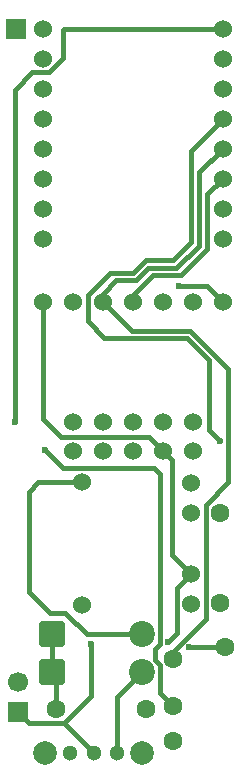
<source format=gtl>
G04 #@! TF.GenerationSoftware,KiCad,Pcbnew,9.0.2*
G04 #@! TF.CreationDate,2025-07-09T03:39:24-04:00*
G04 #@! TF.ProjectId,FBT,4642542e-6b69-4636-9164-5f7063625858,rev?*
G04 #@! TF.SameCoordinates,Original*
G04 #@! TF.FileFunction,Copper,L1,Top*
G04 #@! TF.FilePolarity,Positive*
%FSLAX46Y46*%
G04 Gerber Fmt 4.6, Leading zero omitted, Abs format (unit mm)*
G04 Created by KiCad (PCBNEW 9.0.2) date 2025-07-09 03:39:24*
%MOMM*%
%LPD*%
G01*
G04 APERTURE LIST*
G04 Aperture macros list*
%AMRoundRect*
0 Rectangle with rounded corners*
0 $1 Rounding radius*
0 $2 $3 $4 $5 $6 $7 $8 $9 X,Y pos of 4 corners*
0 Add a 4 corners polygon primitive as box body*
4,1,4,$2,$3,$4,$5,$6,$7,$8,$9,$2,$3,0*
0 Add four circle primitives for the rounded corners*
1,1,$1+$1,$2,$3*
1,1,$1+$1,$4,$5*
1,1,$1+$1,$6,$7*
1,1,$1+$1,$8,$9*
0 Add four rect primitives between the rounded corners*
20,1,$1+$1,$2,$3,$4,$5,0*
20,1,$1+$1,$4,$5,$6,$7,0*
20,1,$1+$1,$6,$7,$8,$9,0*
20,1,$1+$1,$8,$9,$2,$3,0*%
G04 Aperture macros list end*
G04 #@! TA.AperFunction,ComponentPad*
%ADD10R,1.700000X1.700000*%
G04 #@! TD*
G04 #@! TA.AperFunction,ComponentPad*
%ADD11C,2.000000*%
G04 #@! TD*
G04 #@! TA.AperFunction,ComponentPad*
%ADD12C,1.300000*%
G04 #@! TD*
G04 #@! TA.AperFunction,ComponentPad*
%ADD13C,1.524000*%
G04 #@! TD*
G04 #@! TA.AperFunction,ComponentPad*
%ADD14C,1.600000*%
G04 #@! TD*
G04 #@! TA.AperFunction,ComponentPad*
%ADD15RoundRect,0.249999X-0.850001X-0.850001X0.850001X-0.850001X0.850001X0.850001X-0.850001X0.850001X0*%
G04 #@! TD*
G04 #@! TA.AperFunction,ComponentPad*
%ADD16C,2.200000*%
G04 #@! TD*
G04 #@! TA.AperFunction,ComponentPad*
%ADD17C,1.700000*%
G04 #@! TD*
G04 #@! TA.AperFunction,ViaPad*
%ADD18C,0.600000*%
G04 #@! TD*
G04 #@! TA.AperFunction,Conductor*
%ADD19C,0.400000*%
G04 #@! TD*
G04 APERTURE END LIST*
D10*
X92600000Y-48500000D03*
D11*
X95100000Y-109800000D03*
X103300000Y-109800000D03*
D12*
X97200000Y-109800000D03*
X99200000Y-109800000D03*
X101200000Y-109800000D03*
D13*
X110120000Y-71620000D03*
X107580000Y-71620000D03*
X105040000Y-71620000D03*
X102500000Y-71620000D03*
X99960000Y-71620000D03*
X97420000Y-71620000D03*
X94880000Y-71620000D03*
X97420000Y-81780000D03*
X99960000Y-81780000D03*
X102500000Y-81780000D03*
X105040000Y-81780000D03*
X107580000Y-81780000D03*
D14*
X105900000Y-101855000D03*
X105900000Y-105855000D03*
X105900000Y-108855000D03*
X110300000Y-100855000D03*
D15*
X95680000Y-103000000D03*
D16*
X103300000Y-103000000D03*
D14*
X103600000Y-106100000D03*
X95980000Y-106100000D03*
D13*
X98200000Y-86900000D03*
X98200000Y-97300000D03*
X107400000Y-97200000D03*
X107400000Y-94700000D03*
X107400000Y-89500000D03*
X107400000Y-87000000D03*
D10*
X92800000Y-106375000D03*
D17*
X92800000Y-103835000D03*
D15*
X95680000Y-99800000D03*
D16*
X103300000Y-99800000D03*
D14*
X109900000Y-97110000D03*
X109900000Y-89490000D03*
D13*
X94920000Y-48510000D03*
X94920000Y-51050000D03*
X94920000Y-53590000D03*
X94920000Y-56130000D03*
X94920000Y-58670000D03*
X94920000Y-61210000D03*
X94920000Y-63750000D03*
X94880000Y-66290000D03*
X110120000Y-66290000D03*
X110120000Y-63750000D03*
X110120000Y-61210000D03*
X110120000Y-58670000D03*
X110120000Y-56130000D03*
X110120000Y-53590000D03*
X110120000Y-51050000D03*
X110120000Y-48510000D03*
X107580000Y-84300000D03*
X105040000Y-84300000D03*
X102500000Y-84300000D03*
X99960000Y-84300000D03*
X97420000Y-84300000D03*
D18*
X107300000Y-100900000D03*
X95100000Y-84200000D03*
X105500000Y-100400000D03*
X99000000Y-100600000D03*
X92500000Y-81800000D03*
X106400000Y-70300000D03*
X109900000Y-83400000D03*
D19*
X99960000Y-71620000D02*
X102439000Y-74099000D01*
X101100000Y-69800000D02*
X102800000Y-69800000D01*
X106200000Y-68800000D02*
X108100000Y-66900000D01*
X103800000Y-68800000D02*
X106200000Y-68800000D01*
X99960000Y-70940000D02*
X101100000Y-69800000D01*
X102439000Y-74099000D02*
X107348942Y-74099000D01*
X108100000Y-60690000D02*
X110120000Y-58670000D01*
X99960000Y-71620000D02*
X99960000Y-70940000D01*
X105900000Y-101300000D02*
X105900000Y-101855000D01*
X108700000Y-98500000D02*
X105900000Y-101300000D01*
X102800000Y-69800000D02*
X103800000Y-68800000D01*
X108100000Y-66900000D02*
X108100000Y-60690000D01*
X108700000Y-88800000D02*
X108700000Y-98500000D01*
X107348942Y-74099000D02*
X110601000Y-77351058D01*
X110601000Y-77351058D02*
X110601000Y-86899000D01*
X110601000Y-86899000D02*
X108700000Y-88800000D01*
X110255000Y-100900000D02*
X110300000Y-100855000D01*
X107300000Y-100900000D02*
X110255000Y-100900000D01*
X102500000Y-71100000D02*
X104200000Y-69400000D01*
X104800000Y-100600000D02*
X104800000Y-86200000D01*
X96637000Y-85737000D02*
X95100000Y-84200000D01*
X105900000Y-105855000D02*
X104801000Y-104756000D01*
X104800000Y-86200000D02*
X104337000Y-85737000D01*
X102500000Y-71620000D02*
X102500000Y-71100000D01*
X104200000Y-69400000D02*
X106600000Y-69400000D01*
X104400000Y-101977265D02*
X104400000Y-101000000D01*
X104801000Y-102378265D02*
X104400000Y-101977265D01*
X104801000Y-104756000D02*
X104801000Y-102378265D01*
X104337000Y-85737000D02*
X96637000Y-85737000D01*
X108800000Y-62530000D02*
X110120000Y-61210000D01*
X104400000Y-101000000D02*
X104800000Y-100600000D01*
X106600000Y-69400000D02*
X108800000Y-67200000D01*
X108800000Y-67200000D02*
X108800000Y-62530000D01*
X105800000Y-85060000D02*
X105040000Y-84300000D01*
X105040000Y-84300000D02*
X103840000Y-83100000D01*
X106237000Y-97937000D02*
X106237000Y-99663000D01*
X106237000Y-95863000D02*
X106237000Y-97937000D01*
X105800000Y-93100000D02*
X105800000Y-85060000D01*
X107400000Y-94700000D02*
X106237000Y-95863000D01*
X103840000Y-83100000D02*
X96460000Y-83100000D01*
X107400000Y-94700000D02*
X105800000Y-93100000D01*
X94880000Y-81520000D02*
X94880000Y-71620000D01*
X96460000Y-83100000D02*
X94880000Y-81520000D01*
X106237000Y-99663000D02*
X105500000Y-100400000D01*
X99000000Y-105002000D02*
X96701000Y-107301000D01*
X99000000Y-100600000D02*
X99000000Y-105002000D01*
X99200000Y-109800000D02*
X96701000Y-107301000D01*
X93701000Y-107301000D02*
X92800000Y-106400000D01*
X96701000Y-107301000D02*
X93701000Y-107301000D01*
X93700000Y-87700000D02*
X94500000Y-86900000D01*
X98600000Y-99800000D02*
X96800000Y-98000000D01*
X103300000Y-99800000D02*
X98600000Y-99800000D01*
X96800000Y-98000000D02*
X95500000Y-98000000D01*
X94500000Y-86900000D02*
X98200000Y-86900000D01*
X93700000Y-96200000D02*
X93700000Y-87700000D01*
X95500000Y-98000000D02*
X93700000Y-96200000D01*
X95980000Y-103300000D02*
X95680000Y-103000000D01*
X110120000Y-48510000D02*
X96690000Y-48510000D01*
X95980000Y-106100000D02*
X95980000Y-103300000D01*
X95401731Y-52213000D02*
X93987000Y-52213000D01*
X96600000Y-48600000D02*
X96600000Y-51014731D01*
X96600000Y-51014731D02*
X95401731Y-52213000D01*
X92500000Y-53700000D02*
X92500000Y-81800000D01*
X96690000Y-48510000D02*
X96600000Y-48600000D01*
X93987000Y-52213000D02*
X92500000Y-53700000D01*
X95680000Y-103000000D02*
X95680000Y-99800000D01*
X101200000Y-105100000D02*
X103300000Y-103000000D01*
X101200000Y-109800000D02*
X101200000Y-105100000D01*
X106400000Y-70300000D02*
X108800000Y-70300000D01*
X108800000Y-70300000D02*
X110120000Y-71620000D01*
X100601000Y-69199000D02*
X98700000Y-71100000D01*
X100100000Y-74700000D02*
X107100000Y-74700000D01*
X107100000Y-74700000D02*
X109000000Y-76600000D01*
X110120000Y-56130000D02*
X107400000Y-58850000D01*
X98700000Y-71100000D02*
X98700000Y-73300000D01*
X102501000Y-69199000D02*
X100601000Y-69199000D01*
X98700000Y-73300000D02*
X100100000Y-74700000D01*
X109000000Y-76600000D02*
X109000000Y-82500000D01*
X107400000Y-58850000D02*
X107400000Y-66600000D01*
X109000000Y-82500000D02*
X109900000Y-83400000D01*
X107400000Y-66600000D02*
X105900000Y-68100000D01*
X103600000Y-68100000D02*
X102501000Y-69199000D01*
X105900000Y-68100000D02*
X103600000Y-68100000D01*
M02*

</source>
